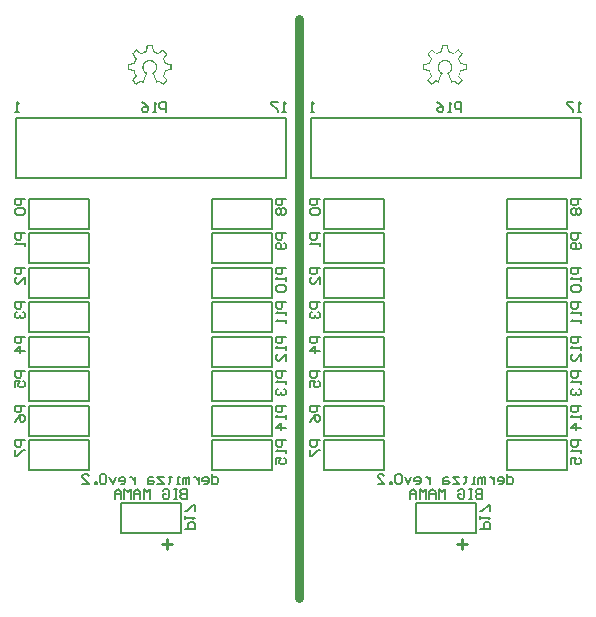
<source format=gbo>
%FSLAX24Y24*%
%MOIN*%
G70*
G01*
G75*
G04 Layer_Color=32896*
%ADD10R,0.0433X0.0551*%
%ADD11R,0.0354X0.0276*%
%ADD12R,0.0335X0.0138*%
%ADD13R,0.0276X0.0354*%
%ADD14C,0.0100*%
%ADD15C,0.0300*%
%ADD16C,0.0250*%
%ADD17R,0.0591X0.0591*%
%ADD18C,0.0591*%
%ADD19C,0.1969*%
%ADD20C,0.0150*%
%ADD21C,0.0200*%
%ADD22C,0.0098*%
%ADD23C,0.0079*%
%ADD24C,0.0063*%
%ADD25C,0.0060*%
%ADD26R,0.0513X0.0631*%
%ADD27R,0.0434X0.0356*%
%ADD28R,0.0415X0.0218*%
%ADD29R,0.0356X0.0434*%
%ADD30R,0.0671X0.0671*%
%ADD31C,0.0671*%
%ADD32C,0.2049*%
%ADD33C,0.0080*%
G36*
X15015Y48873D02*
X15018Y48871D01*
X15020Y48868D01*
Y48866D01*
X15025Y48846D01*
Y48832D01*
X15057Y48678D01*
Y48673D01*
X15059Y48670D01*
X15064D01*
X15189Y48617D01*
X15194Y48614D01*
X15198D01*
X15201Y48617D01*
X15330Y48705D01*
X15340Y48712D01*
X15342Y48717D01*
X15345D01*
X15357Y48724D01*
X15362Y48727D01*
X15367D01*
X15369Y48724D01*
X15381Y48712D01*
X15394Y48700D01*
X15428Y48666D01*
X15440Y48653D01*
X15479Y48617D01*
X15491Y48607D01*
X15504Y48595D01*
Y48587D01*
X15506Y48585D01*
X15504Y48583D01*
Y48580D01*
X15491Y48565D01*
X15489Y48561D01*
Y48558D01*
X15486Y48553D01*
X15484Y48551D01*
X15396Y48426D01*
Y48421D01*
Y48419D01*
Y48417D01*
Y48414D01*
X15452Y48285D01*
X15455Y48280D01*
X15457Y48277D01*
X15462D01*
X15609Y48248D01*
X15613Y48246D01*
X15623D01*
X15643Y48241D01*
X15648D01*
X15650Y48238D01*
Y48236D01*
Y48233D01*
Y48214D01*
Y48197D01*
Y48146D01*
Y48131D01*
Y48080D01*
Y48065D01*
Y48046D01*
X15648Y48041D01*
X15645Y48038D01*
X15643D01*
X15623Y48033D01*
X15618D01*
X15616Y48031D01*
X15609D01*
X15606Y48028D01*
X15467Y48006D01*
X15464Y48002D01*
X15462Y47999D01*
X15457Y47997D01*
X15455Y47994D01*
X15399Y47858D01*
Y47845D01*
X15482Y47728D01*
X15486Y47721D01*
X15489Y47718D01*
X15491Y47714D01*
Y47711D01*
X15501Y47699D01*
X15504Y47696D01*
Y47694D01*
Y47692D01*
X15501Y47689D01*
Y47687D01*
X15491Y47672D01*
X15479Y47665D01*
X15440Y47626D01*
X15428Y47613D01*
X15391Y47579D01*
X15379Y47567D01*
X15369Y47555D01*
X15364Y47552D01*
X15362D01*
X15357Y47555D01*
X15345Y47562D01*
X15338Y47567D01*
X15333Y47572D01*
X15330Y47574D01*
X15216Y47653D01*
X15211Y47655D01*
X15201D01*
X15198Y47653D01*
X15176Y47640D01*
X15172Y47638D01*
X15169Y47635D01*
X15164Y47633D01*
X15162D01*
X15137Y47618D01*
X15133D01*
X15128Y47621D01*
X15125D01*
X15118Y47650D01*
X15115Y47655D01*
Y47657D01*
X15113Y47662D01*
X15111Y47665D01*
X15013Y47904D01*
X15010Y47909D01*
Y47911D01*
X15006Y47919D01*
X15003Y47921D01*
X14996Y47936D01*
Y47941D01*
X14998Y47943D01*
Y47948D01*
X15001D01*
X15015Y47958D01*
X15020Y47960D01*
X15023Y47963D01*
X15025Y47965D01*
X15028Y47967D01*
X15057Y47989D01*
X15076Y48014D01*
X15086Y48024D01*
X15091Y48031D01*
X15093Y48036D01*
X15096Y48038D01*
X15111Y48072D01*
X15118Y48104D01*
Y48119D01*
X15120Y48129D01*
Y48136D01*
Y48138D01*
X15118Y48168D01*
X15113Y48192D01*
X15111Y48202D01*
X15108Y48209D01*
X15106Y48214D01*
Y48216D01*
X15093Y48243D01*
X15079Y48265D01*
X15069Y48277D01*
X15064Y48282D01*
X15042Y48302D01*
X15020Y48316D01*
X15003Y48324D01*
X15001Y48326D01*
X14998D01*
X14969Y48336D01*
X14945Y48341D01*
X14932Y48343D01*
X14918D01*
X14888Y48341D01*
X14864Y48336D01*
X14854Y48331D01*
X14847Y48329D01*
X14842Y48326D01*
X14840D01*
X14815Y48314D01*
X14793Y48299D01*
X14781Y48287D01*
X14776Y48285D01*
Y48282D01*
X14757Y48260D01*
X14742Y48238D01*
X14737Y48231D01*
X14735Y48224D01*
X14732Y48219D01*
Y48216D01*
X14722Y48190D01*
X14718Y48163D01*
X14715Y48153D01*
Y48146D01*
Y48141D01*
Y48138D01*
Y48119D01*
X14720Y48099D01*
X14722Y48082D01*
X14727Y48067D01*
X14732Y48055D01*
X14737Y48046D01*
X14740Y48041D01*
X14742Y48038D01*
X14764Y48009D01*
X14786Y47987D01*
X14796Y47977D01*
X14803Y47972D01*
X14808Y47970D01*
X14810Y47967D01*
X14818Y47958D01*
X14835Y47948D01*
X14837Y47945D01*
X14840Y47943D01*
X14837Y47938D01*
Y47936D01*
X14830Y47921D01*
X14827Y47914D01*
Y47911D01*
X14825Y47906D01*
Y47904D01*
X14722Y47665D01*
Y47660D01*
Y47657D01*
X14720Y47653D01*
Y47650D01*
X14708Y47621D01*
X14705Y47618D01*
X14696D01*
X14674Y47633D01*
X14666Y47635D01*
X14664D01*
X14659Y47638D01*
X14657Y47640D01*
X14635Y47653D01*
X14630Y47655D01*
X14625D01*
X14622Y47653D01*
X14508Y47574D01*
X14503Y47572D01*
X14500Y47570D01*
X14495Y47565D01*
X14493Y47562D01*
X14481Y47555D01*
X14473Y47552D01*
X14469D01*
X14466Y47555D01*
X14451Y47567D01*
X14442Y47579D01*
X14408Y47613D01*
X14395Y47626D01*
X14359Y47665D01*
X14347Y47672D01*
X14334Y47687D01*
X14332Y47689D01*
Y47692D01*
Y47696D01*
X14334Y47699D01*
X14344Y47711D01*
X14347Y47716D01*
X14349Y47718D01*
X14351Y47726D01*
X14354Y47728D01*
X14434Y47845D01*
X14437Y47850D01*
Y47853D01*
X14434Y47858D01*
X14378Y47994D01*
X14376Y47997D01*
Y47999D01*
X14373Y48004D01*
X14371Y48006D01*
X14224Y48028D01*
X14220Y48031D01*
X14217D01*
X14212Y48033D01*
X14210D01*
X14195Y48038D01*
X14190Y48041D01*
X14185Y48043D01*
Y48046D01*
Y48065D01*
Y48080D01*
Y48131D01*
Y48146D01*
Y48197D01*
Y48214D01*
Y48233D01*
X14188Y48238D01*
X14190Y48241D01*
X14195D01*
X14210Y48246D01*
X14217D01*
X14224Y48248D01*
X14227D01*
X14373Y48277D01*
X14378Y48280D01*
X14383Y48282D01*
X14386Y48285D01*
X14442Y48414D01*
Y48417D01*
Y48419D01*
X14439Y48424D01*
X14437Y48426D01*
X14354Y48551D01*
X14351Y48556D01*
X14349Y48558D01*
X14347Y48563D01*
X14344Y48565D01*
X14334Y48580D01*
X14332Y48585D01*
Y48590D01*
X14334Y48595D01*
X14347Y48607D01*
X14359Y48617D01*
X14393Y48653D01*
X14408Y48666D01*
X14442Y48700D01*
X14451Y48712D01*
X14466Y48724D01*
X14471Y48729D01*
X14476D01*
X14478Y48727D01*
X14481Y48724D01*
X14493Y48717D01*
X14498Y48712D01*
X14500Y48709D01*
X14505Y48707D01*
X14508Y48705D01*
X14632Y48617D01*
X14639Y48614D01*
X14644D01*
X14647Y48617D01*
X14649D01*
X14769Y48670D01*
X14776Y48673D01*
X14779Y48675D01*
X14781Y48678D01*
X14808Y48832D01*
Y48836D01*
X14810Y48839D01*
X14813Y48844D01*
Y48846D01*
X14818Y48866D01*
Y48868D01*
X14820Y48871D01*
X14822Y48875D01*
X15013D01*
X15015Y48873D01*
D02*
G37*
G36*
X24859D02*
X24861Y48871D01*
X24864Y48868D01*
Y48866D01*
X24868Y48846D01*
Y48832D01*
X24900Y48678D01*
Y48673D01*
X24903Y48670D01*
X24907D01*
X25032Y48617D01*
X25037Y48614D01*
X25042D01*
X25044Y48617D01*
X25174Y48705D01*
X25183Y48712D01*
X25186Y48717D01*
X25188D01*
X25200Y48724D01*
X25205Y48727D01*
X25210D01*
X25213Y48724D01*
X25225Y48712D01*
X25237Y48700D01*
X25271Y48666D01*
X25283Y48653D01*
X25322Y48617D01*
X25335Y48607D01*
X25347Y48595D01*
Y48587D01*
X25349Y48585D01*
X25347Y48583D01*
Y48580D01*
X25335Y48565D01*
X25332Y48561D01*
Y48558D01*
X25330Y48553D01*
X25327Y48551D01*
X25239Y48426D01*
Y48421D01*
Y48419D01*
Y48417D01*
Y48414D01*
X25296Y48285D01*
X25298Y48280D01*
X25300Y48277D01*
X25305D01*
X25452Y48248D01*
X25457Y48246D01*
X25466D01*
X25486Y48241D01*
X25491D01*
X25493Y48238D01*
Y48236D01*
Y48233D01*
Y48214D01*
Y48197D01*
Y48146D01*
Y48131D01*
Y48080D01*
Y48065D01*
Y48046D01*
X25491Y48041D01*
X25488Y48038D01*
X25486D01*
X25466Y48033D01*
X25462D01*
X25459Y48031D01*
X25452D01*
X25449Y48028D01*
X25310Y48006D01*
X25308Y48002D01*
X25305Y47999D01*
X25300Y47997D01*
X25298Y47994D01*
X25242Y47858D01*
Y47845D01*
X25325Y47728D01*
X25330Y47721D01*
X25332Y47718D01*
X25335Y47714D01*
Y47711D01*
X25344Y47699D01*
X25347Y47696D01*
Y47694D01*
Y47692D01*
X25344Y47689D01*
Y47687D01*
X25335Y47672D01*
X25322Y47665D01*
X25283Y47626D01*
X25271Y47613D01*
X25235Y47579D01*
X25222Y47567D01*
X25213Y47555D01*
X25208Y47552D01*
X25205D01*
X25200Y47555D01*
X25188Y47562D01*
X25181Y47567D01*
X25176Y47572D01*
X25174Y47574D01*
X25059Y47653D01*
X25054Y47655D01*
X25044D01*
X25042Y47653D01*
X25020Y47640D01*
X25015Y47638D01*
X25012Y47635D01*
X25008Y47633D01*
X25005D01*
X24981Y47618D01*
X24976D01*
X24971Y47621D01*
X24968D01*
X24961Y47650D01*
X24959Y47655D01*
Y47657D01*
X24956Y47662D01*
X24954Y47665D01*
X24856Y47904D01*
X24854Y47909D01*
Y47911D01*
X24849Y47919D01*
X24846Y47921D01*
X24839Y47936D01*
Y47941D01*
X24842Y47943D01*
Y47948D01*
X24844D01*
X24859Y47958D01*
X24864Y47960D01*
X24866Y47963D01*
X24868Y47965D01*
X24871Y47967D01*
X24900Y47989D01*
X24920Y48014D01*
X24929Y48024D01*
X24934Y48031D01*
X24937Y48036D01*
X24939Y48038D01*
X24954Y48072D01*
X24961Y48104D01*
Y48119D01*
X24964Y48129D01*
Y48136D01*
Y48138D01*
X24961Y48168D01*
X24956Y48192D01*
X24954Y48202D01*
X24951Y48209D01*
X24949Y48214D01*
Y48216D01*
X24937Y48243D01*
X24922Y48265D01*
X24912Y48277D01*
X24907Y48282D01*
X24885Y48302D01*
X24864Y48316D01*
X24846Y48324D01*
X24844Y48326D01*
X24842D01*
X24812Y48336D01*
X24788Y48341D01*
X24776Y48343D01*
X24761D01*
X24732Y48341D01*
X24707Y48336D01*
X24698Y48331D01*
X24690Y48329D01*
X24685Y48326D01*
X24683D01*
X24658Y48314D01*
X24637Y48299D01*
X24624Y48287D01*
X24619Y48285D01*
Y48282D01*
X24600Y48260D01*
X24585Y48238D01*
X24580Y48231D01*
X24578Y48224D01*
X24575Y48219D01*
Y48216D01*
X24566Y48190D01*
X24561Y48163D01*
X24558Y48153D01*
Y48146D01*
Y48141D01*
Y48138D01*
Y48119D01*
X24563Y48099D01*
X24566Y48082D01*
X24571Y48067D01*
X24575Y48055D01*
X24580Y48046D01*
X24583Y48041D01*
X24585Y48038D01*
X24607Y48009D01*
X24629Y47987D01*
X24639Y47977D01*
X24646Y47972D01*
X24651Y47970D01*
X24654Y47967D01*
X24661Y47958D01*
X24678Y47948D01*
X24680Y47945D01*
X24683Y47943D01*
X24680Y47938D01*
Y47936D01*
X24673Y47921D01*
X24671Y47914D01*
Y47911D01*
X24668Y47906D01*
Y47904D01*
X24566Y47665D01*
Y47660D01*
Y47657D01*
X24563Y47653D01*
Y47650D01*
X24551Y47621D01*
X24549Y47618D01*
X24539D01*
X24517Y47633D01*
X24510Y47635D01*
X24507D01*
X24502Y47638D01*
X24500Y47640D01*
X24478Y47653D01*
X24473Y47655D01*
X24468D01*
X24466Y47653D01*
X24351Y47574D01*
X24346Y47572D01*
X24344Y47570D01*
X24339Y47565D01*
X24336Y47562D01*
X24324Y47555D01*
X24317Y47552D01*
X24312D01*
X24309Y47555D01*
X24295Y47567D01*
X24285Y47579D01*
X24251Y47613D01*
X24239Y47626D01*
X24202Y47665D01*
X24190Y47672D01*
X24178Y47687D01*
X24175Y47689D01*
Y47692D01*
Y47696D01*
X24178Y47699D01*
X24187Y47711D01*
X24190Y47716D01*
X24192Y47718D01*
X24195Y47726D01*
X24197Y47728D01*
X24278Y47845D01*
X24280Y47850D01*
Y47853D01*
X24278Y47858D01*
X24222Y47994D01*
X24219Y47997D01*
Y47999D01*
X24217Y48004D01*
X24214Y48006D01*
X24068Y48028D01*
X24063Y48031D01*
X24060D01*
X24056Y48033D01*
X24053D01*
X24038Y48038D01*
X24034Y48041D01*
X24029Y48043D01*
Y48046D01*
Y48065D01*
Y48080D01*
Y48131D01*
Y48146D01*
Y48197D01*
Y48214D01*
Y48233D01*
X24031Y48238D01*
X24034Y48241D01*
X24038D01*
X24053Y48246D01*
X24060D01*
X24068Y48248D01*
X24070D01*
X24217Y48277D01*
X24222Y48280D01*
X24226Y48282D01*
X24229Y48285D01*
X24285Y48414D01*
Y48417D01*
Y48419D01*
X24283Y48424D01*
X24280Y48426D01*
X24197Y48551D01*
X24195Y48556D01*
X24192Y48558D01*
X24190Y48563D01*
X24187Y48565D01*
X24178Y48580D01*
X24175Y48585D01*
Y48590D01*
X24178Y48595D01*
X24190Y48607D01*
X24202Y48617D01*
X24236Y48653D01*
X24251Y48666D01*
X24285Y48700D01*
X24295Y48712D01*
X24309Y48724D01*
X24314Y48729D01*
X24319D01*
X24322Y48727D01*
X24324Y48724D01*
X24336Y48717D01*
X24341Y48712D01*
X24344Y48709D01*
X24348Y48707D01*
X24351Y48705D01*
X24475Y48617D01*
X24483Y48614D01*
X24488D01*
X24490Y48617D01*
X24492D01*
X24612Y48670D01*
X24619Y48673D01*
X24622Y48675D01*
X24624Y48678D01*
X24651Y48832D01*
Y48836D01*
X24654Y48839D01*
X24656Y48844D01*
Y48846D01*
X24661Y48866D01*
Y48868D01*
X24663Y48871D01*
X24666Y48875D01*
X24856D01*
X24859Y48873D01*
D02*
G37*
%LPC*%
G36*
X14986Y48836D02*
X14852D01*
X14818Y48639D01*
X14781Y48629D01*
X14752Y48622D01*
X14740Y48617D01*
X14730Y48612D01*
X14725Y48609D01*
X14722D01*
X14691Y48595D01*
X14664Y48580D01*
X14652Y48575D01*
X14644Y48570D01*
X14639Y48565D01*
X14637D01*
X14476Y48678D01*
X14430Y48631D01*
X14383Y48583D01*
X14493Y48421D01*
X14473Y48390D01*
X14459Y48363D01*
X14454Y48353D01*
X14449Y48343D01*
X14447Y48338D01*
Y48336D01*
X14432Y48302D01*
X14422Y48273D01*
X14417Y48260D01*
X14415Y48251D01*
X14412Y48243D01*
Y48241D01*
X14224Y48207D01*
Y48138D01*
Y48072D01*
X14412Y48038D01*
X14422Y48002D01*
X14430Y47970D01*
X14434Y47955D01*
X14439Y47945D01*
X14442Y47941D01*
Y47938D01*
X14456Y47904D01*
X14471Y47877D01*
X14478Y47865D01*
X14483Y47858D01*
X14486Y47853D01*
X14488Y47850D01*
X14383Y47696D01*
X14430Y47650D01*
X14476Y47601D01*
X14625Y47704D01*
X14635Y47696D01*
X14644Y47692D01*
X14652Y47689D01*
X14654Y47687D01*
X14664Y47682D01*
X14674Y47677D01*
X14681Y47674D01*
X14683Y47672D01*
X14791Y47926D01*
X14754Y47955D01*
X14740Y47970D01*
X14727Y47982D01*
X14718Y47994D01*
X14710Y48004D01*
X14708Y48011D01*
X14705Y48014D01*
X14693Y48036D01*
X14686Y48058D01*
X14678Y48077D01*
X14676Y48097D01*
X14674Y48114D01*
X14671Y48126D01*
Y48136D01*
Y48138D01*
X14674Y48175D01*
X14681Y48204D01*
X14683Y48216D01*
X14688Y48226D01*
X14691Y48231D01*
Y48233D01*
X14708Y48265D01*
X14725Y48290D01*
X14732Y48299D01*
X14740Y48307D01*
X14742Y48309D01*
X14744Y48312D01*
X14771Y48334D01*
X14798Y48351D01*
X14808Y48358D01*
X14818Y48363D01*
X14822Y48365D01*
X14825D01*
X14857Y48377D01*
X14888Y48385D01*
X14901Y48387D01*
X14918D01*
X14954Y48385D01*
X14986Y48377D01*
X14998Y48373D01*
X15008Y48368D01*
X15013Y48365D01*
X15015D01*
X15047Y48348D01*
X15071Y48331D01*
X15081Y48324D01*
X15086Y48316D01*
X15091Y48314D01*
X15093Y48312D01*
X15115Y48287D01*
X15133Y48260D01*
X15140Y48251D01*
X15142Y48241D01*
X15147Y48236D01*
Y48233D01*
X15157Y48199D01*
X15162Y48170D01*
X15164Y48158D01*
Y48148D01*
Y48141D01*
Y48138D01*
X15162Y48114D01*
X15159Y48089D01*
X15154Y48070D01*
X15147Y48050D01*
X15142Y48036D01*
X15137Y48024D01*
X15135Y48016D01*
X15133Y48014D01*
X15106Y47977D01*
X15091Y47963D01*
X15079Y47950D01*
X15067Y47941D01*
X15057Y47933D01*
X15050Y47928D01*
X15047Y47926D01*
X15154Y47672D01*
X15174Y47682D01*
X15191Y47692D01*
X15203Y47701D01*
X15208Y47704D01*
X15362Y47601D01*
X15408Y47650D01*
X15455Y47696D01*
X15350Y47850D01*
X15369Y47880D01*
X15384Y47909D01*
X15389Y47921D01*
X15394Y47931D01*
X15396Y47936D01*
Y47938D01*
X15408Y47975D01*
X15418Y48006D01*
X15421Y48019D01*
X15423Y48028D01*
X15425Y48036D01*
Y48038D01*
X15606Y48072D01*
Y48138D01*
Y48207D01*
X15421Y48241D01*
X15411Y48277D01*
X15401Y48307D01*
X15399Y48319D01*
X15394Y48329D01*
X15391Y48334D01*
Y48336D01*
X15377Y48368D01*
X15360Y48395D01*
X15355Y48407D01*
X15350Y48414D01*
X15345Y48419D01*
Y48421D01*
X15455Y48583D01*
X15408Y48631D01*
X15362Y48678D01*
X15196Y48565D01*
X15167Y48583D01*
X15140Y48597D01*
X15130Y48602D01*
X15120Y48607D01*
X15115Y48609D01*
X15113D01*
X15079Y48622D01*
X15050Y48631D01*
X15037Y48634D01*
X15028Y48636D01*
X15023Y48639D01*
X15020D01*
X14986Y48836D01*
D02*
G37*
G36*
X24829D02*
X24695D01*
X24661Y48639D01*
X24624Y48629D01*
X24595Y48622D01*
X24583Y48617D01*
X24573Y48612D01*
X24568Y48609D01*
X24566D01*
X24534Y48595D01*
X24507Y48580D01*
X24495Y48575D01*
X24488Y48570D01*
X24483Y48565D01*
X24480D01*
X24319Y48678D01*
X24273Y48631D01*
X24226Y48583D01*
X24336Y48421D01*
X24317Y48390D01*
X24302Y48363D01*
X24297Y48353D01*
X24292Y48343D01*
X24290Y48338D01*
Y48336D01*
X24275Y48302D01*
X24265Y48273D01*
X24261Y48260D01*
X24258Y48251D01*
X24256Y48243D01*
Y48241D01*
X24068Y48207D01*
Y48138D01*
Y48072D01*
X24256Y48038D01*
X24265Y48002D01*
X24273Y47970D01*
X24278Y47955D01*
X24283Y47945D01*
X24285Y47941D01*
Y47938D01*
X24300Y47904D01*
X24314Y47877D01*
X24322Y47865D01*
X24327Y47858D01*
X24329Y47853D01*
X24331Y47850D01*
X24226Y47696D01*
X24273Y47650D01*
X24319Y47601D01*
X24468Y47704D01*
X24478Y47696D01*
X24488Y47692D01*
X24495Y47689D01*
X24497Y47687D01*
X24507Y47682D01*
X24517Y47677D01*
X24524Y47674D01*
X24527Y47672D01*
X24634Y47926D01*
X24597Y47955D01*
X24583Y47970D01*
X24571Y47982D01*
X24561Y47994D01*
X24554Y48004D01*
X24551Y48011D01*
X24549Y48014D01*
X24536Y48036D01*
X24529Y48058D01*
X24522Y48077D01*
X24519Y48097D01*
X24517Y48114D01*
X24514Y48126D01*
Y48136D01*
Y48138D01*
X24517Y48175D01*
X24524Y48204D01*
X24527Y48216D01*
X24532Y48226D01*
X24534Y48231D01*
Y48233D01*
X24551Y48265D01*
X24568Y48290D01*
X24575Y48299D01*
X24583Y48307D01*
X24585Y48309D01*
X24588Y48312D01*
X24615Y48334D01*
X24641Y48351D01*
X24651Y48358D01*
X24661Y48363D01*
X24666Y48365D01*
X24668D01*
X24700Y48377D01*
X24732Y48385D01*
X24744Y48387D01*
X24761D01*
X24798Y48385D01*
X24829Y48377D01*
X24842Y48373D01*
X24851Y48368D01*
X24856Y48365D01*
X24859D01*
X24890Y48348D01*
X24915Y48331D01*
X24925Y48324D01*
X24929Y48316D01*
X24934Y48314D01*
X24937Y48312D01*
X24959Y48287D01*
X24976Y48260D01*
X24983Y48251D01*
X24986Y48241D01*
X24990Y48236D01*
Y48233D01*
X25000Y48199D01*
X25005Y48170D01*
X25008Y48158D01*
Y48148D01*
Y48141D01*
Y48138D01*
X25005Y48114D01*
X25003Y48089D01*
X24998Y48070D01*
X24990Y48050D01*
X24986Y48036D01*
X24981Y48024D01*
X24978Y48016D01*
X24976Y48014D01*
X24949Y47977D01*
X24934Y47963D01*
X24922Y47950D01*
X24910Y47941D01*
X24900Y47933D01*
X24893Y47928D01*
X24890Y47926D01*
X24998Y47672D01*
X25017Y47682D01*
X25034Y47692D01*
X25047Y47701D01*
X25051Y47704D01*
X25205Y47601D01*
X25252Y47650D01*
X25298Y47696D01*
X25193Y47850D01*
X25213Y47880D01*
X25227Y47909D01*
X25232Y47921D01*
X25237Y47931D01*
X25239Y47936D01*
Y47938D01*
X25252Y47975D01*
X25261Y48006D01*
X25264Y48019D01*
X25266Y48028D01*
X25269Y48036D01*
Y48038D01*
X25449Y48072D01*
Y48138D01*
Y48207D01*
X25264Y48241D01*
X25254Y48277D01*
X25244Y48307D01*
X25242Y48319D01*
X25237Y48329D01*
X25235Y48334D01*
Y48336D01*
X25220Y48368D01*
X25203Y48395D01*
X25198Y48407D01*
X25193Y48414D01*
X25188Y48419D01*
Y48421D01*
X25298Y48583D01*
X25252Y48631D01*
X25205Y48678D01*
X25039Y48565D01*
X25010Y48583D01*
X24983Y48597D01*
X24973Y48602D01*
X24964Y48607D01*
X24959Y48609D01*
X24956D01*
X24922Y48622D01*
X24893Y48631D01*
X24881Y48634D01*
X24871Y48636D01*
X24866Y48639D01*
X24864D01*
X24829Y48836D01*
D02*
G37*
%LPD*%
D14*
X25493Y32250D02*
X25160D01*
X25327Y32417D02*
Y32083D01*
X15650Y32250D02*
X15317D01*
X15483Y32417D02*
Y32083D01*
D15*
X19893Y30450D02*
Y49750D01*
D23*
X22743Y42750D02*
Y43750D01*
X20743D02*
X22743D01*
X20743Y42750D02*
Y43750D01*
Y42750D02*
X22743D01*
Y41600D02*
Y42600D01*
X20743D02*
X22743D01*
X20743Y41600D02*
Y42600D01*
Y41600D02*
X22743D01*
Y40450D02*
Y41450D01*
X20743D02*
X22743D01*
X20743Y40450D02*
Y41450D01*
Y40450D02*
X22743D01*
Y39300D02*
Y40300D01*
X20743D02*
X22743D01*
X20743Y39300D02*
Y40300D01*
Y39300D02*
X22743D01*
X25793Y32600D02*
Y33600D01*
X23793D02*
X25793D01*
X23793Y32600D02*
Y33600D01*
Y32600D02*
X25793D01*
X22743Y38150D02*
Y39150D01*
X20743D02*
X22743D01*
X20743Y38150D02*
Y39150D01*
Y38150D02*
X22743D01*
Y37000D02*
Y38000D01*
X20743D02*
X22743D01*
X20743Y37000D02*
Y38000D01*
Y37000D02*
X22743D01*
Y35850D02*
Y36850D01*
X20743D02*
X22743D01*
X20743Y35850D02*
Y36850D01*
Y35850D02*
X22743D01*
Y34700D02*
Y35700D01*
X20743D02*
X22743D01*
X20743Y34700D02*
Y35700D01*
Y34700D02*
X22743D01*
X26843Y42750D02*
Y43750D01*
Y42750D02*
X28843D01*
Y43750D01*
X26843D02*
X28843D01*
X26843Y41600D02*
Y42600D01*
Y41600D02*
X28843D01*
Y42600D01*
X26843D02*
X28843D01*
X26843Y40450D02*
Y41450D01*
Y40450D02*
X28843D01*
Y41450D01*
X26843D02*
X28843D01*
X26843Y39300D02*
Y40300D01*
Y39300D02*
X28843D01*
Y40300D01*
X26843D02*
X28843D01*
X26843Y38150D02*
Y39150D01*
Y38150D02*
X28843D01*
Y39150D01*
X26843D02*
X28843D01*
X26843Y37000D02*
Y38000D01*
Y37000D02*
X28843D01*
Y38000D01*
X26843D02*
X28843D01*
X26843Y35850D02*
Y36850D01*
Y35850D02*
X28843D01*
Y36850D01*
X26843D02*
X28843D01*
X26843Y34700D02*
Y35700D01*
Y34700D02*
X28843D01*
Y35700D01*
X26843D02*
X28843D01*
X20293Y46450D02*
X29293D01*
X20293Y44450D02*
X29293D01*
X20293D02*
Y46450D01*
X29293Y44450D02*
Y46450D01*
X12900Y42750D02*
Y43750D01*
X10900D02*
X12900D01*
X10900Y42750D02*
Y43750D01*
Y42750D02*
X12900D01*
Y41600D02*
Y42600D01*
X10900D02*
X12900D01*
X10900Y41600D02*
Y42600D01*
Y41600D02*
X12900D01*
Y40450D02*
Y41450D01*
X10900D02*
X12900D01*
X10900Y40450D02*
Y41450D01*
Y40450D02*
X12900D01*
Y39300D02*
Y40300D01*
X10900D02*
X12900D01*
X10900Y39300D02*
Y40300D01*
Y39300D02*
X12900D01*
X15950Y32600D02*
Y33600D01*
X13950D02*
X15950D01*
X13950Y32600D02*
Y33600D01*
Y32600D02*
X15950D01*
X12900Y38150D02*
Y39150D01*
X10900D02*
X12900D01*
X10900Y38150D02*
Y39150D01*
Y38150D02*
X12900D01*
Y37000D02*
Y38000D01*
X10900D02*
X12900D01*
X10900Y37000D02*
Y38000D01*
Y37000D02*
X12900D01*
Y35850D02*
Y36850D01*
X10900D02*
X12900D01*
X10900Y35850D02*
Y36850D01*
Y35850D02*
X12900D01*
Y34700D02*
Y35700D01*
X10900D02*
X12900D01*
X10900Y34700D02*
Y35700D01*
Y34700D02*
X12900D01*
X17000Y42750D02*
Y43750D01*
Y42750D02*
X19000D01*
Y43750D01*
X17000D02*
X19000D01*
X17000Y41600D02*
Y42600D01*
Y41600D02*
X19000D01*
Y42600D01*
X17000D02*
X19000D01*
X17000Y40450D02*
Y41450D01*
Y40450D02*
X19000D01*
Y41450D01*
X17000D02*
X19000D01*
X17000Y39300D02*
Y40300D01*
Y39300D02*
X19000D01*
Y40300D01*
X17000D02*
X19000D01*
X17000Y38150D02*
Y39150D01*
Y38150D02*
X19000D01*
Y39150D01*
X17000D02*
X19000D01*
X17000Y37000D02*
Y38000D01*
Y37000D02*
X19000D01*
Y38000D01*
X17000D02*
X19000D01*
X17000Y35850D02*
Y36850D01*
Y35850D02*
X19000D01*
Y36850D01*
X17000D02*
X19000D01*
X17000Y34700D02*
Y35700D01*
Y34700D02*
X19000D01*
Y35700D01*
X17000D02*
X19000D01*
X10450Y46450D02*
X19450D01*
X10450Y44450D02*
X19450D01*
X10450D02*
Y46450D01*
X19450Y44450D02*
Y46450D01*
D25*
X20593Y43750D02*
X20273D01*
Y43590D01*
X20327Y43537D01*
X20433D01*
X20487Y43590D01*
Y43750D01*
X20327Y43430D02*
X20273Y43377D01*
Y43270D01*
X20327Y43217D01*
X20540D01*
X20593Y43270D01*
Y43377D01*
X20540Y43430D01*
X20327D01*
X20593Y42600D02*
X20273D01*
Y42440D01*
X20327Y42387D01*
X20433D01*
X20487Y42440D01*
Y42600D01*
X20593Y42280D02*
Y42173D01*
Y42227D01*
X20273D01*
X20327Y42280D01*
X20593Y41450D02*
X20273D01*
Y41290D01*
X20327Y41237D01*
X20433D01*
X20487Y41290D01*
Y41450D01*
X20593Y40917D02*
Y41130D01*
X20380Y40917D01*
X20327D01*
X20273Y40970D01*
Y41077D01*
X20327Y41130D01*
X20593Y40300D02*
X20273D01*
Y40140D01*
X20327Y40087D01*
X20433D01*
X20487Y40140D01*
Y40300D01*
X20327Y39980D02*
X20273Y39927D01*
Y39820D01*
X20327Y39767D01*
X20380D01*
X20433Y39820D01*
Y39873D01*
Y39820D01*
X20487Y39767D01*
X20540D01*
X20593Y39820D01*
Y39927D01*
X20540Y39980D01*
X25943Y32750D02*
X26263D01*
Y32910D01*
X26210Y32963D01*
X26103D01*
X26050Y32910D01*
Y32750D01*
X25943Y33070D02*
Y33177D01*
Y33123D01*
X26263D01*
X26210Y33070D01*
X26263Y33336D02*
Y33550D01*
X26210D01*
X25997Y33336D01*
X25943D01*
X20593Y39150D02*
X20273D01*
Y38990D01*
X20327Y38937D01*
X20433D01*
X20487Y38990D01*
Y39150D01*
X20593Y38670D02*
X20273D01*
X20433Y38830D01*
Y38617D01*
X20593Y38000D02*
X20273D01*
Y37840D01*
X20327Y37787D01*
X20433D01*
X20487Y37840D01*
Y38000D01*
X20273Y37467D02*
Y37680D01*
X20433D01*
X20380Y37573D01*
Y37520D01*
X20433Y37467D01*
X20540D01*
X20593Y37520D01*
Y37627D01*
X20540Y37680D01*
X20593Y36850D02*
X20273D01*
Y36690D01*
X20327Y36637D01*
X20433D01*
X20487Y36690D01*
Y36850D01*
X20273Y36317D02*
X20327Y36423D01*
X20433Y36530D01*
X20540D01*
X20593Y36477D01*
Y36370D01*
X20540Y36317D01*
X20487D01*
X20433Y36370D01*
Y36530D01*
X20593Y35700D02*
X20273D01*
Y35540D01*
X20327Y35487D01*
X20433D01*
X20487Y35540D01*
Y35700D01*
X20273Y35380D02*
Y35167D01*
X20327D01*
X20540Y35380D01*
X20593D01*
X29293Y43750D02*
X28973D01*
Y43590D01*
X29027Y43537D01*
X29133D01*
X29187Y43590D01*
Y43750D01*
X29027Y43430D02*
X28973Y43377D01*
Y43270D01*
X29027Y43217D01*
X29080D01*
X29133Y43270D01*
X29187Y43217D01*
X29240D01*
X29293Y43270D01*
Y43377D01*
X29240Y43430D01*
X29187D01*
X29133Y43377D01*
X29080Y43430D01*
X29027D01*
X29133Y43377D02*
Y43270D01*
X29293Y42600D02*
X28973D01*
Y42440D01*
X29027Y42387D01*
X29133D01*
X29187Y42440D01*
Y42600D01*
X29240Y42280D02*
X29293Y42227D01*
Y42120D01*
X29240Y42067D01*
X29027D01*
X28973Y42120D01*
Y42227D01*
X29027Y42280D01*
X29080D01*
X29133Y42227D01*
Y42067D01*
X29293Y41450D02*
X28973D01*
Y41290D01*
X29027Y41237D01*
X29133D01*
X29187Y41290D01*
Y41450D01*
X29293Y41130D02*
Y41023D01*
Y41077D01*
X28973D01*
X29027Y41130D01*
Y40864D02*
X28973Y40810D01*
Y40704D01*
X29027Y40650D01*
X29240D01*
X29293Y40704D01*
Y40810D01*
X29240Y40864D01*
X29027D01*
X29293Y40300D02*
X28973D01*
Y40140D01*
X29027Y40087D01*
X29133D01*
X29187Y40140D01*
Y40300D01*
X29293Y39980D02*
Y39873D01*
Y39927D01*
X28973D01*
X29027Y39980D01*
X29293Y39714D02*
Y39607D01*
Y39660D01*
X28973D01*
X29027Y39714D01*
X29293Y39150D02*
X28973D01*
Y38990D01*
X29027Y38937D01*
X29133D01*
X29187Y38990D01*
Y39150D01*
X29293Y38830D02*
Y38723D01*
Y38777D01*
X28973D01*
X29027Y38830D01*
X29293Y38350D02*
Y38564D01*
X29080Y38350D01*
X29027D01*
X28973Y38404D01*
Y38510D01*
X29027Y38564D01*
X29293Y38000D02*
X28973D01*
Y37840D01*
X29027Y37787D01*
X29133D01*
X29187Y37840D01*
Y38000D01*
X29293Y37680D02*
Y37573D01*
Y37627D01*
X28973D01*
X29027Y37680D01*
Y37414D02*
X28973Y37360D01*
Y37254D01*
X29027Y37200D01*
X29080D01*
X29133Y37254D01*
Y37307D01*
Y37254D01*
X29187Y37200D01*
X29240D01*
X29293Y37254D01*
Y37360D01*
X29240Y37414D01*
X29293Y36850D02*
X28973D01*
Y36690D01*
X29027Y36637D01*
X29133D01*
X29187Y36690D01*
Y36850D01*
X29293Y36530D02*
Y36423D01*
Y36477D01*
X28973D01*
X29027Y36530D01*
X29293Y36104D02*
X28973D01*
X29133Y36264D01*
Y36050D01*
X29293Y35700D02*
X28973D01*
Y35540D01*
X29027Y35487D01*
X29133D01*
X29187Y35540D01*
Y35700D01*
X29293Y35380D02*
Y35273D01*
Y35327D01*
X28973D01*
X29027Y35380D01*
X28973Y34900D02*
Y35114D01*
X29133D01*
X29080Y35007D01*
Y34954D01*
X29133Y34900D01*
X29240D01*
X29293Y34954D01*
Y35060D01*
X29240Y35114D01*
X25293Y46650D02*
Y46970D01*
X25133D01*
X25080Y46917D01*
Y46810D01*
X25133Y46757D01*
X25293D01*
X24973Y46650D02*
X24867D01*
X24920D01*
Y46970D01*
X24973Y46917D01*
X24494Y46970D02*
X24600Y46917D01*
X24707Y46810D01*
Y46703D01*
X24654Y46650D01*
X24547D01*
X24494Y46703D01*
Y46757D01*
X24547Y46810D01*
X24707D01*
X25993Y34070D02*
Y33750D01*
X25833D01*
X25780Y33803D01*
Y33857D01*
X25833Y33910D01*
X25993D01*
X25833D01*
X25780Y33963D01*
Y34017D01*
X25833Y34070D01*
X25993D01*
X25673D02*
X25567D01*
X25620D01*
Y33750D01*
X25673D01*
X25567D01*
X25194Y34017D02*
X25247Y34070D01*
X25354D01*
X25407Y34017D01*
Y33803D01*
X25354Y33750D01*
X25247D01*
X25194Y33803D01*
Y33910D01*
X25300D01*
X24767Y33750D02*
Y34070D01*
X24660Y33963D01*
X24554Y34070D01*
Y33750D01*
X24447D02*
Y33963D01*
X24341Y34070D01*
X24234Y33963D01*
Y33750D01*
Y33910D01*
X24447D01*
X24127Y33750D02*
Y34070D01*
X24021Y33963D01*
X23914Y34070D01*
Y33750D01*
X23807D02*
Y33963D01*
X23701Y34070D01*
X23594Y33963D01*
Y33750D01*
Y33910D01*
X23807D01*
X26830Y34570D02*
Y34250D01*
X26990D01*
X27043Y34303D01*
Y34410D01*
X26990Y34463D01*
X26830D01*
X26563Y34250D02*
X26670D01*
X26723Y34303D01*
Y34410D01*
X26670Y34463D01*
X26563D01*
X26510Y34410D01*
Y34357D01*
X26723D01*
X26404Y34463D02*
Y34250D01*
Y34357D01*
X26350Y34410D01*
X26297Y34463D01*
X26244D01*
X26084Y34250D02*
Y34463D01*
X26030D01*
X25977Y34410D01*
Y34250D01*
Y34410D01*
X25924Y34463D01*
X25870Y34410D01*
Y34250D01*
X25764D02*
X25657D01*
X25710D01*
Y34463D01*
X25764D01*
X25444Y34517D02*
Y34463D01*
X25497D01*
X25391D01*
X25444D01*
Y34303D01*
X25391Y34250D01*
X25231Y34463D02*
X25017D01*
X25231Y34250D01*
X25017D01*
X24857Y34463D02*
X24751D01*
X24697Y34410D01*
Y34250D01*
X24857D01*
X24911Y34303D01*
X24857Y34357D01*
X24697D01*
X24271Y34463D02*
Y34250D01*
Y34357D01*
X24218Y34410D01*
X24164Y34463D01*
X24111D01*
X23791Y34250D02*
X23898D01*
X23951Y34303D01*
Y34410D01*
X23898Y34463D01*
X23791D01*
X23738Y34410D01*
Y34357D01*
X23951D01*
X23631Y34463D02*
X23524Y34250D01*
X23418Y34463D01*
X23311Y34517D02*
X23258Y34570D01*
X23151D01*
X23098Y34517D01*
Y34303D01*
X23151Y34250D01*
X23258D01*
X23311Y34303D01*
Y34517D01*
X22991Y34250D02*
Y34303D01*
X22938D01*
Y34250D01*
X22991D01*
X22511D02*
X22725D01*
X22511Y34463D01*
Y34517D01*
X22565Y34570D01*
X22671D01*
X22725Y34517D01*
X10750Y43750D02*
X10430D01*
Y43590D01*
X10483Y43537D01*
X10590D01*
X10643Y43590D01*
Y43750D01*
X10483Y43430D02*
X10430Y43377D01*
Y43270D01*
X10483Y43217D01*
X10697D01*
X10750Y43270D01*
Y43377D01*
X10697Y43430D01*
X10483D01*
X10750Y42600D02*
X10430D01*
Y42440D01*
X10483Y42387D01*
X10590D01*
X10643Y42440D01*
Y42600D01*
X10750Y42280D02*
Y42173D01*
Y42227D01*
X10430D01*
X10483Y42280D01*
X10750Y41450D02*
X10430D01*
Y41290D01*
X10483Y41237D01*
X10590D01*
X10643Y41290D01*
Y41450D01*
X10750Y40917D02*
Y41130D01*
X10537Y40917D01*
X10483D01*
X10430Y40970D01*
Y41077D01*
X10483Y41130D01*
X10750Y40300D02*
X10430D01*
Y40140D01*
X10483Y40087D01*
X10590D01*
X10643Y40140D01*
Y40300D01*
X10483Y39980D02*
X10430Y39927D01*
Y39820D01*
X10483Y39767D01*
X10537D01*
X10590Y39820D01*
Y39873D01*
Y39820D01*
X10643Y39767D01*
X10697D01*
X10750Y39820D01*
Y39927D01*
X10697Y39980D01*
X16100Y32750D02*
X16420D01*
Y32910D01*
X16367Y32963D01*
X16260D01*
X16207Y32910D01*
Y32750D01*
X16100Y33070D02*
Y33177D01*
Y33123D01*
X16420D01*
X16367Y33070D01*
X16420Y33336D02*
Y33550D01*
X16367D01*
X16153Y33336D01*
X16100D01*
X10750Y39150D02*
X10430D01*
Y38990D01*
X10483Y38937D01*
X10590D01*
X10643Y38990D01*
Y39150D01*
X10750Y38670D02*
X10430D01*
X10590Y38830D01*
Y38617D01*
X10750Y38000D02*
X10430D01*
Y37840D01*
X10483Y37787D01*
X10590D01*
X10643Y37840D01*
Y38000D01*
X10430Y37467D02*
Y37680D01*
X10590D01*
X10537Y37573D01*
Y37520D01*
X10590Y37467D01*
X10697D01*
X10750Y37520D01*
Y37627D01*
X10697Y37680D01*
X10750Y36850D02*
X10430D01*
Y36690D01*
X10483Y36637D01*
X10590D01*
X10643Y36690D01*
Y36850D01*
X10430Y36317D02*
X10483Y36423D01*
X10590Y36530D01*
X10697D01*
X10750Y36477D01*
Y36370D01*
X10697Y36317D01*
X10643D01*
X10590Y36370D01*
Y36530D01*
X10750Y35700D02*
X10430D01*
Y35540D01*
X10483Y35487D01*
X10590D01*
X10643Y35540D01*
Y35700D01*
X10430Y35380D02*
Y35167D01*
X10483D01*
X10697Y35380D01*
X10750D01*
X19450Y43750D02*
X19130D01*
Y43590D01*
X19183Y43537D01*
X19290D01*
X19343Y43590D01*
Y43750D01*
X19183Y43430D02*
X19130Y43377D01*
Y43270D01*
X19183Y43217D01*
X19237D01*
X19290Y43270D01*
X19343Y43217D01*
X19397D01*
X19450Y43270D01*
Y43377D01*
X19397Y43430D01*
X19343D01*
X19290Y43377D01*
X19237Y43430D01*
X19183D01*
X19290Y43377D02*
Y43270D01*
X19450Y42600D02*
X19130D01*
Y42440D01*
X19183Y42387D01*
X19290D01*
X19343Y42440D01*
Y42600D01*
X19397Y42280D02*
X19450Y42227D01*
Y42120D01*
X19397Y42067D01*
X19183D01*
X19130Y42120D01*
Y42227D01*
X19183Y42280D01*
X19237D01*
X19290Y42227D01*
Y42067D01*
X19450Y41450D02*
X19130D01*
Y41290D01*
X19183Y41237D01*
X19290D01*
X19343Y41290D01*
Y41450D01*
X19450Y41130D02*
Y41023D01*
Y41077D01*
X19130D01*
X19183Y41130D01*
Y40864D02*
X19130Y40810D01*
Y40704D01*
X19183Y40650D01*
X19397D01*
X19450Y40704D01*
Y40810D01*
X19397Y40864D01*
X19183D01*
X19450Y40300D02*
X19130D01*
Y40140D01*
X19183Y40087D01*
X19290D01*
X19343Y40140D01*
Y40300D01*
X19450Y39980D02*
Y39873D01*
Y39927D01*
X19130D01*
X19183Y39980D01*
X19450Y39714D02*
Y39607D01*
Y39660D01*
X19130D01*
X19183Y39714D01*
X19450Y39150D02*
X19130D01*
Y38990D01*
X19183Y38937D01*
X19290D01*
X19343Y38990D01*
Y39150D01*
X19450Y38830D02*
Y38723D01*
Y38777D01*
X19130D01*
X19183Y38830D01*
X19450Y38350D02*
Y38564D01*
X19237Y38350D01*
X19183D01*
X19130Y38404D01*
Y38510D01*
X19183Y38564D01*
X19450Y38000D02*
X19130D01*
Y37840D01*
X19183Y37787D01*
X19290D01*
X19343Y37840D01*
Y38000D01*
X19450Y37680D02*
Y37573D01*
Y37627D01*
X19130D01*
X19183Y37680D01*
Y37414D02*
X19130Y37360D01*
Y37254D01*
X19183Y37200D01*
X19237D01*
X19290Y37254D01*
Y37307D01*
Y37254D01*
X19343Y37200D01*
X19397D01*
X19450Y37254D01*
Y37360D01*
X19397Y37414D01*
X19450Y36850D02*
X19130D01*
Y36690D01*
X19183Y36637D01*
X19290D01*
X19343Y36690D01*
Y36850D01*
X19450Y36530D02*
Y36423D01*
Y36477D01*
X19130D01*
X19183Y36530D01*
X19450Y36104D02*
X19130D01*
X19290Y36264D01*
Y36050D01*
X19450Y35700D02*
X19130D01*
Y35540D01*
X19183Y35487D01*
X19290D01*
X19343Y35540D01*
Y35700D01*
X19450Y35380D02*
Y35273D01*
Y35327D01*
X19130D01*
X19183Y35380D01*
X19130Y34900D02*
Y35114D01*
X19290D01*
X19237Y35007D01*
Y34954D01*
X19290Y34900D01*
X19397D01*
X19450Y34954D01*
Y35060D01*
X19397Y35114D01*
X15450Y46650D02*
Y46970D01*
X15290D01*
X15237Y46917D01*
Y46810D01*
X15290Y46757D01*
X15450D01*
X15130Y46650D02*
X15023D01*
X15077D01*
Y46970D01*
X15130Y46917D01*
X14650Y46970D02*
X14757Y46917D01*
X14864Y46810D01*
Y46703D01*
X14810Y46650D01*
X14704D01*
X14650Y46703D01*
Y46757D01*
X14704Y46810D01*
X14864D01*
X16150Y34070D02*
Y33750D01*
X15990D01*
X15937Y33803D01*
Y33857D01*
X15990Y33910D01*
X16150D01*
X15990D01*
X15937Y33963D01*
Y34017D01*
X15990Y34070D01*
X16150D01*
X15830D02*
X15723D01*
X15777D01*
Y33750D01*
X15830D01*
X15723D01*
X15350Y34017D02*
X15404Y34070D01*
X15510D01*
X15564Y34017D01*
Y33803D01*
X15510Y33750D01*
X15404D01*
X15350Y33803D01*
Y33910D01*
X15457D01*
X14924Y33750D02*
Y34070D01*
X14817Y33963D01*
X14710Y34070D01*
Y33750D01*
X14604D02*
Y33963D01*
X14497Y34070D01*
X14391Y33963D01*
Y33750D01*
Y33910D01*
X14604D01*
X14284Y33750D02*
Y34070D01*
X14177Y33963D01*
X14071Y34070D01*
Y33750D01*
X13964D02*
Y33963D01*
X13857Y34070D01*
X13751Y33963D01*
Y33750D01*
Y33910D01*
X13964D01*
X16987Y34570D02*
Y34250D01*
X17147D01*
X17200Y34303D01*
Y34410D01*
X17147Y34463D01*
X16987D01*
X16720Y34250D02*
X16827D01*
X16880Y34303D01*
Y34410D01*
X16827Y34463D01*
X16720D01*
X16667Y34410D01*
Y34357D01*
X16880D01*
X16560Y34463D02*
Y34250D01*
Y34357D01*
X16507Y34410D01*
X16454Y34463D01*
X16400D01*
X16240Y34250D02*
Y34463D01*
X16187D01*
X16134Y34410D01*
Y34250D01*
Y34410D01*
X16080Y34463D01*
X16027Y34410D01*
Y34250D01*
X15920D02*
X15814D01*
X15867D01*
Y34463D01*
X15920D01*
X15601Y34517D02*
Y34463D01*
X15654D01*
X15547D01*
X15601D01*
Y34303D01*
X15547Y34250D01*
X15387Y34463D02*
X15174D01*
X15387Y34250D01*
X15174D01*
X15014Y34463D02*
X14907D01*
X14854Y34410D01*
Y34250D01*
X15014D01*
X15067Y34303D01*
X15014Y34357D01*
X14854D01*
X14428Y34463D02*
Y34250D01*
Y34357D01*
X14374Y34410D01*
X14321Y34463D01*
X14268D01*
X13948Y34250D02*
X14054D01*
X14108Y34303D01*
Y34410D01*
X14054Y34463D01*
X13948D01*
X13894Y34410D01*
Y34357D01*
X14108D01*
X13788Y34463D02*
X13681Y34250D01*
X13575Y34463D01*
X13468Y34517D02*
X13415Y34570D01*
X13308D01*
X13255Y34517D01*
Y34303D01*
X13308Y34250D01*
X13415D01*
X13468Y34303D01*
Y34517D01*
X13148Y34250D02*
Y34303D01*
X13095D01*
Y34250D01*
X13148D01*
X12668D02*
X12881D01*
X12668Y34463D01*
Y34517D01*
X12721Y34570D01*
X12828D01*
X12881Y34517D01*
D33*
X29293Y46650D02*
X29187D01*
X29240D01*
Y46970D01*
X29293Y46917D01*
X29027Y46970D02*
X28813D01*
Y46917D01*
X29027Y46703D01*
Y46650D01*
X20393D02*
X20287D01*
X20340D01*
Y46970D01*
X20393Y46917D01*
X19450Y46650D02*
X19343D01*
X19397D01*
Y46970D01*
X19450Y46917D01*
X19183Y46970D02*
X18970D01*
Y46917D01*
X19183Y46703D01*
Y46650D01*
X10550D02*
X10443D01*
X10497D01*
Y46970D01*
X10550Y46917D01*
M02*

</source>
